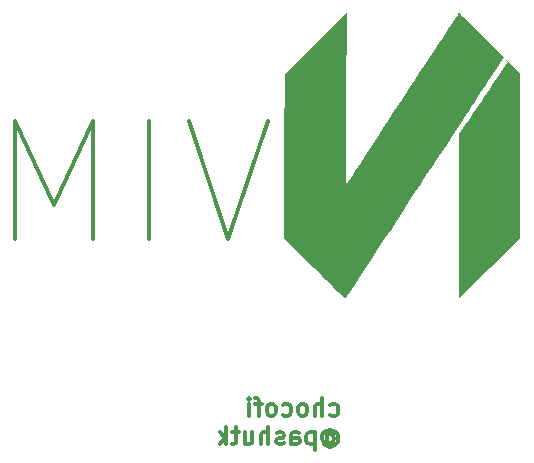
<source format=gbo>
G04 #@! TF.GenerationSoftware,KiCad,Pcbnew,(6.0.10)*
G04 #@! TF.CreationDate,2023-01-07T19:04:59+01:00*
G04 #@! TF.ProjectId,chocofi-bottomplate,63686f63-6f66-4692-9d62-6f74746f6d70,2.1*
G04 #@! TF.SameCoordinates,Original*
G04 #@! TF.FileFunction,Legend,Bot*
G04 #@! TF.FilePolarity,Positive*
%FSLAX46Y46*%
G04 Gerber Fmt 4.6, Leading zero omitted, Abs format (unit mm)*
G04 Created by KiCad (PCBNEW (6.0.10)) date 2023-01-07 19:04:59*
%MOMM*%
%LPD*%
G01*
G04 APERTURE LIST*
%ADD10C,0.300000*%
%ADD11C,2.700000*%
G04 APERTURE END LIST*
D10*
X120648571Y-73263809D02*
X117315238Y-83263809D01*
X113981904Y-73263809D01*
X110648571Y-83263809D02*
X110648571Y-73263809D01*
X105886666Y-83263809D02*
X105886666Y-73263809D01*
X102553333Y-80406666D01*
X99220000Y-73263809D01*
X99220000Y-83263809D01*
X125935000Y-98149642D02*
X126077857Y-98221071D01*
X126363571Y-98221071D01*
X126506428Y-98149642D01*
X126577857Y-98078214D01*
X126649285Y-97935357D01*
X126649285Y-97506785D01*
X126577857Y-97363928D01*
X126506428Y-97292500D01*
X126363571Y-97221071D01*
X126077857Y-97221071D01*
X125935000Y-97292500D01*
X125292142Y-98221071D02*
X125292142Y-96721071D01*
X124649285Y-98221071D02*
X124649285Y-97435357D01*
X124720714Y-97292500D01*
X124863571Y-97221071D01*
X125077857Y-97221071D01*
X125220714Y-97292500D01*
X125292142Y-97363928D01*
X123720714Y-98221071D02*
X123863571Y-98149642D01*
X123935000Y-98078214D01*
X124006428Y-97935357D01*
X124006428Y-97506785D01*
X123935000Y-97363928D01*
X123863571Y-97292500D01*
X123720714Y-97221071D01*
X123506428Y-97221071D01*
X123363571Y-97292500D01*
X123292142Y-97363928D01*
X123220714Y-97506785D01*
X123220714Y-97935357D01*
X123292142Y-98078214D01*
X123363571Y-98149642D01*
X123506428Y-98221071D01*
X123720714Y-98221071D01*
X121935000Y-98149642D02*
X122077857Y-98221071D01*
X122363571Y-98221071D01*
X122506428Y-98149642D01*
X122577857Y-98078214D01*
X122649285Y-97935357D01*
X122649285Y-97506785D01*
X122577857Y-97363928D01*
X122506428Y-97292500D01*
X122363571Y-97221071D01*
X122077857Y-97221071D01*
X121935000Y-97292500D01*
X121077857Y-98221071D02*
X121220714Y-98149642D01*
X121292142Y-98078214D01*
X121363571Y-97935357D01*
X121363571Y-97506785D01*
X121292142Y-97363928D01*
X121220714Y-97292500D01*
X121077857Y-97221071D01*
X120863571Y-97221071D01*
X120720714Y-97292500D01*
X120649285Y-97363928D01*
X120577857Y-97506785D01*
X120577857Y-97935357D01*
X120649285Y-98078214D01*
X120720714Y-98149642D01*
X120863571Y-98221071D01*
X121077857Y-98221071D01*
X120149285Y-97221071D02*
X119577857Y-97221071D01*
X119935000Y-98221071D02*
X119935000Y-96935357D01*
X119863571Y-96792500D01*
X119720714Y-96721071D01*
X119577857Y-96721071D01*
X119077857Y-98221071D02*
X119077857Y-97221071D01*
X119077857Y-96721071D02*
X119149285Y-96792500D01*
X119077857Y-96863928D01*
X119006428Y-96792500D01*
X119077857Y-96721071D01*
X119077857Y-96863928D01*
X125649285Y-99921785D02*
X125720714Y-99850357D01*
X125863571Y-99778928D01*
X126006428Y-99778928D01*
X126149285Y-99850357D01*
X126220714Y-99921785D01*
X126292142Y-100064642D01*
X126292142Y-100207500D01*
X126220714Y-100350357D01*
X126149285Y-100421785D01*
X126006428Y-100493214D01*
X125863571Y-100493214D01*
X125720714Y-100421785D01*
X125649285Y-100350357D01*
X125649285Y-99778928D02*
X125649285Y-100350357D01*
X125577857Y-100421785D01*
X125506428Y-100421785D01*
X125363571Y-100350357D01*
X125292142Y-100207500D01*
X125292142Y-99850357D01*
X125435000Y-99636071D01*
X125649285Y-99493214D01*
X125935000Y-99421785D01*
X126220714Y-99493214D01*
X126435000Y-99636071D01*
X126577857Y-99850357D01*
X126649285Y-100136071D01*
X126577857Y-100421785D01*
X126435000Y-100636071D01*
X126220714Y-100778928D01*
X125935000Y-100850357D01*
X125649285Y-100778928D01*
X125435000Y-100636071D01*
X124649285Y-99636071D02*
X124649285Y-101136071D01*
X124649285Y-99707500D02*
X124506428Y-99636071D01*
X124220714Y-99636071D01*
X124077857Y-99707500D01*
X124006428Y-99778928D01*
X123935000Y-99921785D01*
X123935000Y-100350357D01*
X124006428Y-100493214D01*
X124077857Y-100564642D01*
X124220714Y-100636071D01*
X124506428Y-100636071D01*
X124649285Y-100564642D01*
X122649285Y-100636071D02*
X122649285Y-99850357D01*
X122720714Y-99707500D01*
X122863571Y-99636071D01*
X123149285Y-99636071D01*
X123292142Y-99707500D01*
X122649285Y-100564642D02*
X122792142Y-100636071D01*
X123149285Y-100636071D01*
X123292142Y-100564642D01*
X123363571Y-100421785D01*
X123363571Y-100278928D01*
X123292142Y-100136071D01*
X123149285Y-100064642D01*
X122792142Y-100064642D01*
X122649285Y-99993214D01*
X122006428Y-100564642D02*
X121863571Y-100636071D01*
X121577857Y-100636071D01*
X121435000Y-100564642D01*
X121363571Y-100421785D01*
X121363571Y-100350357D01*
X121435000Y-100207500D01*
X121577857Y-100136071D01*
X121792142Y-100136071D01*
X121935000Y-100064642D01*
X122006428Y-99921785D01*
X122006428Y-99850357D01*
X121935000Y-99707500D01*
X121792142Y-99636071D01*
X121577857Y-99636071D01*
X121435000Y-99707500D01*
X120720714Y-100636071D02*
X120720714Y-99136071D01*
X120077857Y-100636071D02*
X120077857Y-99850357D01*
X120149285Y-99707500D01*
X120292142Y-99636071D01*
X120506428Y-99636071D01*
X120649285Y-99707500D01*
X120720714Y-99778928D01*
X118720714Y-99636071D02*
X118720714Y-100636071D01*
X119363571Y-99636071D02*
X119363571Y-100421785D01*
X119292142Y-100564642D01*
X119149285Y-100636071D01*
X118935000Y-100636071D01*
X118792142Y-100564642D01*
X118720714Y-100493214D01*
X118220714Y-99636071D02*
X117649285Y-99636071D01*
X118006428Y-99136071D02*
X118006428Y-100421785D01*
X117935000Y-100564642D01*
X117792142Y-100636071D01*
X117649285Y-100636071D01*
X117149285Y-100636071D02*
X117149285Y-99136071D01*
X117006428Y-100064642D02*
X116577857Y-100636071D01*
X116577857Y-99636071D02*
X117149285Y-100207500D01*
G36*
X137010881Y-64241383D02*
G01*
X137005294Y-64254003D01*
X137024679Y-64253591D01*
X137050403Y-64272232D01*
X137119968Y-64335165D01*
X137230140Y-64439485D01*
X137377835Y-64582146D01*
X137559966Y-64760099D01*
X137773448Y-64970297D01*
X138015194Y-65209691D01*
X138282119Y-65475235D01*
X138571138Y-65763879D01*
X138879163Y-66072576D01*
X139203111Y-66398278D01*
X139539894Y-66737937D01*
X142020576Y-69243625D01*
X142020576Y-83168102D01*
X139444006Y-85721038D01*
X136867435Y-88273973D01*
X136868611Y-81314408D01*
X136869786Y-74354843D01*
X137542176Y-73357461D01*
X137674344Y-73161372D01*
X137858834Y-72887573D01*
X138067052Y-72578485D01*
X138291747Y-72244877D01*
X138525666Y-71897518D01*
X138761556Y-71547178D01*
X138992165Y-71204625D01*
X139210239Y-70880629D01*
X139236505Y-70841603D01*
X139441694Y-70536799D01*
X139647755Y-70230822D01*
X139849262Y-69931720D01*
X140040790Y-69647543D01*
X140216911Y-69386340D01*
X140372200Y-69156160D01*
X140501231Y-68965055D01*
X140598576Y-68821072D01*
X140991240Y-68240965D01*
X140817069Y-68064603D01*
X140642897Y-67888241D01*
X140076698Y-68748637D01*
X140028723Y-68821570D01*
X139897623Y-69021067D01*
X139736949Y-69265772D01*
X139551423Y-69548488D01*
X139345762Y-69862017D01*
X139124689Y-70199162D01*
X138892921Y-70552726D01*
X138655180Y-70915510D01*
X138416184Y-71280319D01*
X138180655Y-71639953D01*
X138058109Y-71827040D01*
X137880286Y-72098371D01*
X137669089Y-72420501D01*
X137426219Y-72790838D01*
X137153378Y-73206789D01*
X136852268Y-73665762D01*
X136524591Y-74165166D01*
X136172047Y-74702407D01*
X135796340Y-75274894D01*
X135399170Y-75880034D01*
X134982240Y-76515235D01*
X134547250Y-77177906D01*
X134095903Y-77865452D01*
X133629901Y-78575283D01*
X133150945Y-79304806D01*
X132660737Y-80051429D01*
X132160978Y-80812560D01*
X131653371Y-81585606D01*
X131139617Y-82367975D01*
X130621417Y-83157076D01*
X130100474Y-83950314D01*
X129578489Y-84745099D01*
X129057163Y-85538839D01*
X128538200Y-86328940D01*
X128023299Y-87112811D01*
X127925085Y-87261864D01*
X127764646Y-87503299D01*
X127616784Y-87723286D01*
X127485440Y-87916106D01*
X127374556Y-88076042D01*
X127288073Y-88197375D01*
X127229933Y-88274386D01*
X127204076Y-88301358D01*
X127203259Y-88301098D01*
X127170365Y-88273174D01*
X127094100Y-88201329D01*
X126977523Y-88088602D01*
X126823695Y-87938030D01*
X126635675Y-87752649D01*
X126416524Y-87535497D01*
X126169301Y-87289611D01*
X125897065Y-87018029D01*
X125602876Y-86723787D01*
X125289795Y-86409924D01*
X124960881Y-86079476D01*
X124619194Y-85735481D01*
X122072932Y-83169391D01*
X122072932Y-76930632D01*
X122072993Y-76465100D01*
X122073277Y-75821917D01*
X122073783Y-75192575D01*
X122074498Y-74580834D01*
X122075410Y-73990456D01*
X122076507Y-73425201D01*
X122077778Y-72888830D01*
X122079211Y-72385104D01*
X122080793Y-71917783D01*
X122082512Y-71490629D01*
X122084357Y-71107402D01*
X122086316Y-70771863D01*
X122088376Y-70487774D01*
X122090525Y-70258893D01*
X122092753Y-70088984D01*
X122095046Y-69981805D01*
X122117160Y-69271737D01*
X127329588Y-64048561D01*
X127307609Y-71362697D01*
X127307114Y-71528954D01*
X127305149Y-72217099D01*
X127303374Y-72886620D01*
X127301791Y-73534526D01*
X127300403Y-74157825D01*
X127299213Y-74753524D01*
X127298224Y-75318634D01*
X127297437Y-75850160D01*
X127296856Y-76345113D01*
X127296482Y-76800500D01*
X127296320Y-77213329D01*
X127296370Y-77580609D01*
X127296636Y-77899347D01*
X127297121Y-78166552D01*
X127297827Y-78379233D01*
X127298756Y-78534398D01*
X127299911Y-78629054D01*
X127301295Y-78660210D01*
X127310729Y-78646243D01*
X127354168Y-78580534D01*
X127431462Y-78463110D01*
X127541089Y-78296292D01*
X127681526Y-78082402D01*
X127851250Y-77823763D01*
X128048741Y-77522697D01*
X128272476Y-77181525D01*
X128520932Y-76802571D01*
X128792588Y-76388155D01*
X129085922Y-75940600D01*
X129399411Y-75462229D01*
X129731533Y-74955363D01*
X130080766Y-74422324D01*
X130445588Y-73865434D01*
X130824477Y-73287016D01*
X131215911Y-72689392D01*
X131618367Y-72074883D01*
X132030323Y-71445812D01*
X132305126Y-71026173D01*
X132711856Y-70405115D01*
X133108408Y-69799648D01*
X133493238Y-69212127D01*
X133864804Y-68644908D01*
X134221560Y-68100345D01*
X134561964Y-67580793D01*
X134884472Y-67088609D01*
X135187539Y-66626147D01*
X135469623Y-66195763D01*
X135729179Y-65799811D01*
X135964664Y-65440648D01*
X136174534Y-65120628D01*
X136357245Y-64842107D01*
X136511254Y-64607439D01*
X136635017Y-64418980D01*
X136726989Y-64279086D01*
X136785628Y-64190112D01*
X136809390Y-64154412D01*
X136847158Y-64100594D01*
X136875586Y-64100594D01*
X136884058Y-64131676D01*
X136890888Y-64141517D01*
X136921228Y-64164922D01*
X136925776Y-64162757D01*
X136917304Y-64131676D01*
X136910474Y-64121834D01*
X136880134Y-64098430D01*
X136875586Y-64100594D01*
X136847158Y-64100594D01*
X136875093Y-64060788D01*
X136953355Y-64134310D01*
X136957925Y-64138695D01*
X136976417Y-64162757D01*
X137003633Y-64198171D01*
X137010881Y-64241383D01*
G37*
%LPC*%
D11*
X148971000Y-69850000D03*
X95000000Y-66802000D03*
X95000000Y-83820000D03*
X123952000Y-104140000D03*
X167005000Y-110363000D03*
M02*

</source>
